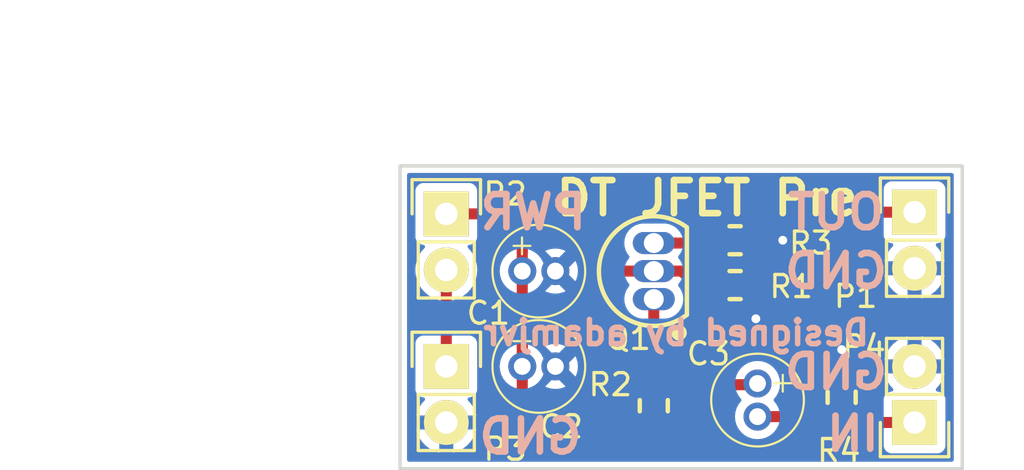
<source format=kicad_pcb>
(kicad_pcb (version 20221018) (generator pcbnew)
  (layers (0 "F.Cu" signal) (31 "B.Cu" signal) (34 "B.Paste" user) (35 "F.Paste" user) (36 "B.SilkS" user "B.Silkscreen") (37 "F.SilkS" user "F.Silkscreen") (38 "B.Mask" user) (39 "F.Mask" user) (44 "Edge.Cuts" user))
  (net 0 "")
  (net 1 "GND")
  (net 2 "+9V")
  (net 3 "Net-(C3-Pad2)")
  (net 4 "Net-(C3-Pad1)")
  (net 5 "Net-(P1-Pad1)")
  (net 6 "Net-(P2-Pad2)")
  (net 7 "Net-(Q1-Pad3)")
  (footprint "AudioLibFootprints:UMW1V4R7MDD1TP" (layer "F.Cu") (at 106.807 74.676)
    (fp_text reference "C1" (at -2.286 1.905) (layer "F.SilkS"))
    (fp_text value "UMW1C100MDD1TP")
    (fp_line (start -0.762 -1.524) (end -0.762 -0.762) (stroke (width 0.1)) (layer "F.SilkS"))
    (fp_line (start -0.381 -1.143) (end -1.143 -1.143) (stroke (width 0.1)) (layer "F.SilkS"))
    (fp_circle (center 0 0) (end 2.1 0) (stroke (width 0.1)) (fill none) (layer "F.SilkS"))
    (pad "1" thru_hole circle (at -0.75 0) (size 1.27 1.27) (drill 0.762) (layers "*.Cu" "*.Mask") (net 2 "+9V"))
    (pad "2" thru_hole circle (at 0.75 0) (size 1.27 1.27) (drill 0.762) (layers "*.Cu" "*.Mask") (net 1 "GND"))
  )
  (footprint "AudioLibFootprints:UMW1V4R7MDD1TP" (layer "F.Cu") (at 106.807 78.994)
    (fp_text reference "C2" (at 1.016 2.7305) (layer "F.SilkS"))
    (fp_text value "UMW1C100MDD1TP")
    (fp_line (start -0.762 -1.524) (end -0.762 -0.762) (stroke (width 0.1)) (layer "F.SilkS"))
    (fp_line (start -0.381 -1.143) (end -1.143 -1.143) (stroke (width 0.1)) (layer "F.SilkS"))
    (fp_circle (center 0 0) (end 2.1 0) (stroke (width 0.1)) (fill none) (layer "F.SilkS"))
    (pad "1" thru_hole circle (at -0.75 0) (size 1.27 1.27) (drill 0.762) (layers "*.Cu" "*.Mask") (net 2 "+9V"))
    (pad "2" thru_hole circle (at 0.75 0) (size 1.27 1.27) (drill 0.762) (layers "*.Cu" "*.Mask") (net 1 "GND"))
  )
  (footprint "AudioLibFootprints:UMW1V4R7MDD1TP" (layer "F.Cu") (at 116.713 80.518 -90)
    (fp_text reference "C3" (at -2.0955 2.2225) (layer "F.SilkS"))
    (fp_text value "UMW1V4R7MDD1TP")
    (fp_line (start -0.762 -1.524) (end -0.762 -0.762) (stroke (width 0.1)) (layer "F.SilkS"))
    (fp_line (start -0.381 -1.143) (end -1.143 -1.143) (stroke (width 0.1)) (layer "F.SilkS"))
    (fp_circle (center 0 0) (end 2.1 0) (stroke (width 0.1)) (fill none) (layer "F.SilkS"))
    (pad "1" thru_hole circle (at -0.75 0 270) (size 1.27 1.27) (drill 0.762) (layers "*.Cu" "*.Mask") (net 4 "Net-(C3-Pad1)"))
    (pad "2" thru_hole circle (at 0.75 0 270) (size 1.27 1.27) (drill 0.762) (layers "*.Cu" "*.Mask") (net 3 "Net-(C3-Pad2)"))
  )
  (footprint "Pin_Headers:Pin_Header_Straight_1x02" (layer "F.Cu") (at 123.825 72.009)
    (fp_text reference "P1" (at -2.667 3.81) (layer "F.SilkS"))
    (fp_text value "CONN_01X02")
    (fp_line (start -1.55 -1.55) (end 1.55 -1.55) (stroke (width 0.15)) (layer "F.SilkS"))
    (fp_line (start -1.55 0) (end -1.55 -1.55) (stroke (width 0.15)) (layer "F.SilkS"))
    (fp_line (start -1.27 1.27) (end -1.27 3.81) (stroke (width 0.15)) (layer "F.SilkS"))
    (fp_line (start -1.27 3.81) (end 1.27 3.81) (stroke (width 0.15)) (layer "F.SilkS"))
    (fp_line (start 1.27 1.27) (end -1.27 1.27) (stroke (width 0.15)) (layer "F.SilkS"))
    (fp_line (start 1.27 1.27) (end 1.27 3.81) (stroke (width 0.15)) (layer "F.SilkS"))
    (fp_line (start 1.55 -1.55) (end 1.55 0) (stroke (width 0.15)) (layer "F.SilkS"))
    (pad "1" thru_hole rect (at 0 0) (size 2.032 2.032) (drill 1.016) (layers "*.Cu" "*.Mask" "F.SilkS") (net 5 "Net-(P1-Pad1)"))
    (pad "2" thru_hole oval (at 0 2.54) (size 2.032 2.032) (drill 1.016) (layers "*.Cu" "*.Mask" "F.SilkS") (net 1 "GND"))
  )
  (footprint "Pin_Headers:Pin_Header_Straight_1x02" (layer "F.Cu") (at 102.616 72.0852)
    (fp_text reference "P2" (at 2.667 -0.9017) (layer "F.SilkS"))
    (fp_text value "CONN_01X02")
    (fp_line (start -1.55 -1.55) (end 1.55 -1.55) (stroke (width 0.15)) (layer "F.SilkS"))
    (fp_line (start -1.55 0) (end -1.55 -1.55) (stroke (width 0.15)) (layer "F.SilkS"))
    (fp_line (start -1.27 1.27) (end -1.27 3.81) (stroke (width 0.15)) (layer "F.SilkS"))
    (fp_line (start -1.27 3.81) (end 1.27 3.81) (stroke (width 0.15)) (layer "F.SilkS"))
    (fp_line (start 1.27 1.27) (end -1.27 1.27) (stroke (width 0.15)) (layer "F.SilkS"))
    (fp_line (start 1.27 1.27) (end 1.27 3.81) (stroke (width 0.15)) (layer "F.SilkS"))
    (fp_line (start 1.55 -1.55) (end 1.55 0) (stroke (width 0.15)) (layer "F.SilkS"))
    (pad "1" thru_hole rect (at 0 0) (size 2.032 2.032) (drill 1.016) (layers "*.Cu" "*.Mask" "F.SilkS") (net 2 "+9V"))
    (pad "2" thru_hole oval (at 0 2.54) (size 2.032 2.032) (drill 1.016) (layers "*.Cu" "*.Mask" "F.SilkS") (net 6 "Net-(P2-Pad2)"))
  )
  (footprint "Pin_Headers:Pin_Header_Straight_1x02" (layer "F.Cu") (at 102.616 78.994)
    (fp_text reference "P3" (at 2.667 3.7465) (layer "F.SilkS"))
    (fp_text value "CONN_01X02")
    (fp_line (start -1.55 -1.55) (end 1.55 -1.55) (stroke (width 0.15)) (layer "F.SilkS"))
    (fp_line (start -1.55 0) (end -1.55 -1.55) (stroke (width 0.15)) (layer "F.SilkS"))
    (fp_line (start -1.27 1.27) (end -1.27 3.81) (stroke (width 0.15)) (layer "F.SilkS"))
    (fp_line (start -1.27 3.81) (end 1.27 3.81) (stroke (width 0.15)) (layer "F.SilkS"))
    (fp_line (start 1.27 1.27) (end -1.27 1.27) (stroke (width 0.15)) (layer "F.SilkS"))
    (fp_line (start 1.27 1.27) (end 1.27 3.81) (stroke (width 0.15)) (layer "F.SilkS"))
    (fp_line (start 1.55 -1.55) (end 1.55 0) (stroke (width 0.15)) (layer "F.SilkS"))
    (pad "1" thru_hole rect (at 0 0) (size 2.032 2.032) (drill 1.016) (layers "*.Cu" "*.Mask" "F.SilkS") (net 6 "Net-(P2-Pad2)"))
    (pad "2" thru_hole oval (at 0 2.54) (size 2.032 2.032) (drill 1.016) (layers "*.Cu" "*.Mask" "F.SilkS") (net 1 "GND"))
  )
  (footprint "Pin_Headers:Pin_Header_Straight_1x02" (layer "F.Cu") (at 123.825 81.534 180)
    (fp_text reference "P4" (at 2.286 3.429 180) (layer "F.SilkS"))
    (fp_text value "CONN_01X02")
    (fp_line (start -1.55 -1.55) (end 1.55 -1.55) (stroke (width 0.15)) (layer "F.SilkS"))
    (fp_line (start -1.55 0) (end -1.55 -1.55) (stroke (width 0.15)) (layer "F.SilkS"))
    (fp_line (start -1.27 1.27) (end -1.27 3.81) (stroke (width 0.15)) (layer "F.SilkS"))
    (fp_line (start -1.27 3.81) (end 1.27 3.81) (stroke (width 0.15)) (layer "F.SilkS"))
    (fp_line (start 1.27 1.27) (end -1.27 1.27) (stroke (width 0.15)) (layer "F.SilkS"))
    (fp_line (start 1.27 1.27) (end 1.27 3.81) (stroke (width 0.15)) (layer "F.SilkS"))
    (fp_line (start 1.55 -1.55) (end 1.55 0) (stroke (width 0.15)) (layer "F.SilkS"))
    (pad "1" thru_hole rect (at 0 0 180) (size 2.032 2.032) (drill 1.016) (layers "*.Cu" "*.Mask" "F.SilkS") (net 3 "Net-(C3-Pad2)"))
    (pad "2" thru_hole oval (at 0 2.54 180) (size 2.032 2.032) (drill 1.016) (layers "*.Cu" "*.Mask" "F.SilkS") (net 1 "GND"))
  )
  (footprint "AudioLibFootprints:2N5457" (layer "F.Cu") (at 112.014 74.676)
    (fp_text reference "Q1" (at -1.143 3.048) (layer "F.SilkS"))
    (fp_text value "2N5457")
    (fp_line (start 1.5 -1.98) (end 1.5 1.98) (stroke (width 0.2)) (layer "F.SilkS"))
    (fp_arc (start 1.5 1.98) (mid -2.484021 0.00636) (end 1.489842 -1.987655) (stroke (width 0.2)) (layer "F.SilkS"))
    (fp_circle (center 1.143 2.794) (end 1.27 2.921) (stroke (width 0.35)) (fill none) (layer "F.SilkS"))
    (pad "1" thru_hole oval (at 0 1.27) (size 1.9 1) (drill 0.9) (layers "*.Cu" "*.Mask") (net 4 "Net-(C3-Pad1)"))
    (pad "2" thru_hole oval (at 0 0) (size 1.9 1) (drill 0.9) (layers "*.Cu" "*.Mask") (net 5 "Net-(P1-Pad1)"))
    (pad "3" thru_hole oval (at 0 -1.27) (size 1.9 1) (drill 0.9) (layers "*.Cu" "*.Mask") (net 7 "Net-(Q1-Pad3)"))
  )
  (footprint "AudioLibFootprints:R0805" (layer "F.Cu") (at 115.697 75.311)
    (fp_text reference "R1" (at 2.54 0.0635) (layer "F.SilkS"))
    (fp_text value "RC2012F305CS")
    (fp_line (start -0.254 -0.635) (end 0.254 -0.635) (stroke (width 0.2)) (layer "F.SilkS"))
    (fp_line (start -0.254 0.635) (end 0.254 0.635) (stroke (width 0.2)) (layer "F.SilkS"))
    (pad "1" smd roundrect (at -0.95 0) (size 1.016 1.651) (layers "F.Cu" "F.Paste" "F.Mask") (net 5 "Net-(P1-Pad1)"))
    (pad "2" smd roundrect (at 0.95 0) (size 1.016 1.651) (layers "F.Cu" "F.Paste" "F.Mask") (net 1 "GND"))
  )
  (footprint "AudioLibFootprints:R0805" (layer "F.Cu") (at 112.014 80.772 90)
    (fp_text reference "R2" (at 0.9525 -1.9685 180) (layer "F.SilkS"))
    (fp_text value "RC2012F682CS")
    (fp_line (start -0.254 -0.635) (end 0.254 -0.635) (stroke (width 0.2)) (layer "F.SilkS"))
    (fp_line (start -0.254 0.635) (end 0.254 0.635) (stroke (width 0.2)) (layer "F.SilkS"))
    (pad "1" smd roundrect (at -0.95 0 90) (size 1.016 1.651) (layers "F.Cu" "F.Paste" "F.Mask") (net 2 "+9V"))
    (pad "2" smd roundrect (at 0.95 0 90) (size 1.016 1.651) (layers "F.Cu" "F.Paste" "F.Mask") (net 4 "Net-(C3-Pad1)"))
  )
  (footprint "AudioLibFootprints:R0805" (layer "F.Cu") (at 115.697 73.279)
    (fp_text reference "R3" (at 3.429 0.127) (layer "F.SilkS"))
    (fp_text value "RC2012F222CS")
    (fp_line (start -0.254 -0.635) (end 0.254 -0.635) (stroke (width 0.2)) (layer "F.SilkS"))
    (fp_line (start -0.254 0.635) (end 0.254 0.635) (stroke (width 0.2)) (layer "F.SilkS"))
    (pad "1" smd roundrect (at -0.95 0) (size 1.016 1.651) (layers "F.Cu" "F.Paste" "F.Mask") (net 7 "Net-(Q1-Pad3)"))
    (pad "2" smd roundrect (at 0.95 0) (size 1.016 1.651) (layers "F.Cu" "F.Paste" "F.Mask") (net 1 "GND"))
  )
  (footprint "AudioLibFootprints:R0805" (layer "F.Cu") (at 120.523 80.391 90)
    (fp_text reference "R4" (at -2.413 -0.127 180) (layer "F.SilkS"))
    (fp_text value "RC2012F513CS")
    (fp_line (start -0.254 -0.635) (end 0.254 -0.635) (stroke (width 0.2)) (layer "F.SilkS"))
    (fp_line (start -0.254 0.635) (end 0.254 0.635) (stroke (width 0.2)) (layer "F.SilkS"))
    (pad "1" smd roundrect (at -0.95 0 90) (size 1.016 1.651) (layers "F.Cu" "F.Paste" "F.Mask") (net 3 "Net-(C3-Pad2)"))
    (pad "2" smd roundrect (at 0.95 0 90) (size 1.016 1.651) (layers "F.Cu" "F.Paste" "F.Mask") (net 1 "GND"))
  )
  (gr_line (start 125.984 69.9135) (end 100.5205 69.9135) (stroke (width 0.15)) (layer "Edge.Cuts"))
  (gr_line (start 100.5205 83.6295) (end 100.5205 69.9135) (stroke (width 0.15)) (layer "Edge.Cuts"))
  (gr_line (start 100.5205 83.6295) (end 125.984 83.6295) (stroke (width 0.15)) (layer "Edge.Cuts"))
  (gr_line (start 125.984 83.6295) (end 125.984 69.9135) (stroke (width 0.15)) (layer "Edge.Cuts"))
  (gr_text "Designed by adamjvr" (at 113.03 77.47) (layer "B.SilkS") (effects (font (size 1.1 1.1) (thickness 0.25)) (justify mirror)))
  (gr_text "OUT" (at 120.269 72.009) (layer "B.SilkS") (effects (font (size 1.5 1.5) (thickness 0.3)) (justify mirror)))
  (gr_text "IN" (at 121.031 82.042) (layer "B.SilkS") (effects (font (size 1.5 1.5) (thickness 0.3)) (justify mirror)))
  (gr_text "GND\n" (at 120.269 74.676) (layer "B.SilkS") (effects (font (size 1.5 1.5) (thickness 0.3)) (justify mirror)))
  (gr_text "PWR" (at 106.553 72.009) (layer "B.SilkS") (effects (font (size 1.5 1.5) (thickness 0.3)) (justify mirror)))
  (gr_text "GND\n" (at 120.269 79.248) (layer "B.SilkS") (effects (font (size 1.5 1.5) (thickness 0.3)) (justify mirror)))
  (gr_text "GND" (at 106.426 82.169) (layer "B.SilkS") (effects (font (size 1.5 1.5) (thickness 0.3)) (justify mirror)))
  (gr_text "DT JFET Pre" (at 114.427 71.374) (layer "F.SilkS") (effects (font (size 1.5 1.5) (thickness 0.3))))
  (segment (start 116.647 76.8248) (end 116.6368 76.835) (width 0.25) (layer "F.Cu") (net 1))
  (segment (start 116.647 73.279) (end 117.856 73.279) (width 0.5) (layer "F.Cu") (net 1))
  (segment (start 120.523 79.441) (end 120.523 78.232) (width 0.5) (layer "F.Cu") (net 1))
  (segment (start 116.647 75.311) (end 116.647 76.8248) (width 0.5) (layer "F.Cu") (net 1))
  (via (at 117.856 73.279) (size 0.8) (drill 0.4) (layers "F.Cu" "B.Cu") (net 1))
  (via (at 120.523 78.232) (size 0.8) (drill 0.4) (layers "F.Cu" "B.Cu") (net 1))
  (via (at 116.6368 76.835) (size 0.8) (drill 0.4) (layers "F.Cu" "B.Cu") (net 1))
  (segment (start 105.2322 72.0852) (end 106.057 72.91) (width 0.5) (layer "F.Cu") (net 2))
  (segment (start 106.057 80.264) (end 107.515 81.722) (width 0.5) (layer "F.Cu") (net 2))
  (segment (start 107.515 81.722) (end 112.014 81.722) (width 0.5) (layer "F.Cu") (net 2))
  (segment (start 106.057 74.676) (end 106.057 73.777975) (width 0.5) (layer "F.Cu") (net 2))
  (segment (start 106.057 80.264) (end 106.057 78.994) (width 0.5) (layer "F.Cu") (net 2))
  (segment (start 106.057 78.095975) (end 106.057 74.676) (width 0.5) (layer "F.Cu") (net 2))
  (segment (start 106.057 78.994) (end 106.057 78.095975) (width 0.5) (layer "F.Cu") (net 2))
  (segment (start 102.616 72.0852) (end 105.2322 72.0852) (width 0.5) (layer "F.Cu") (net 2))
  (segment (start 106.057 73.777975) (end 106.057 72.91) (width 0.5) (layer "F.Cu") (net 2))
  (segment (start 120.45 81.268) (end 120.523 81.341) (width 0.25) (layer "F.Cu") (net 3))
  (segment (start 120.716 81.534) (end 120.523 81.341) (width 0.25) (layer "F.Cu") (net 3))
  (segment (start 116.713 81.268) (end 120.45 81.268) (width 0.5) (layer "F.Cu") (net 3))
  (segment (start 123.825 81.534) (end 120.716 81.534) (width 0.5) (layer "F.Cu") (net 3))
  (segment (start 116.659 79.822) (end 116.713 79.768) (width 0.25) (layer "F.Cu") (net 4))
  (segment (start 112.014 79.822) (end 112.014 75.946) (width 0.5) (layer "F.Cu") (net 4))
  (segment (start 112.014 79.822) (end 116.659 79.822) (width 0.5) (layer "F.Cu") (net 4))
  (segment (start 114.493 75.057) (end 114.747 75.311) (width 0.25) (layer "F.Cu") (net 5))
  (segment (start 121.4755 72.009) (end 120.269 70.8025) (width 0.5) (layer "F.Cu") (net 5))
  (segment (start 120.269 70.8025) (end 110.6805 70.8025) (width 0.5) (layer "F.Cu") (net 5))
  (segment (start 110.6805 70.8025) (end 109.7915 71.6915) (width 0.5) (layer "F.Cu") (net 5))
  (segment (start 109.7915 71.6915) (end 109.7915 74.041) (width 0.5) (layer "F.Cu") (net 5))
  (segment (start 109.7915 74.041) (end 110.4265 74.676) (width 0.5) (layer "F.Cu") (net 5))
  (segment (start 110.4265 74.676) (end 112.014 74.676) (width 0.5) (layer "F.Cu") (net 5))
  (segment (start 113.91285 75.311) (end 113.27785 74.676) (width 0.5) (layer "F.Cu") (net 5))
  (segment (start 114.747 75.311) (end 113.91285 75.311) (width 0.5) (layer "F.Cu") (net 5))
  (segment (start 113.27785 74.676) (end 112.014 74.676) (width 0.5) (layer "F.Cu") (net 5))
  (segment (start 123.825 72.009) (end 121.4755 72.009) (width 0.5) (layer "F.Cu") (net 5))
  (segment (start 102.616 74.6252) (end 102.616 78.994) (width 0.5) (layer "F.Cu") (net 6))
  (segment (start 112.014 73.406) (end 114.795366 73.406) (width 0.5) (layer "F.Cu") (net 7))
  (segment (start 114.795366 73.406) (end 114.798508 73.409142) (width 0.5) (layer "F.Cu") (net 7))
  (zone (net 1) (net_name "GND") (layer "B.Cu") (connect_pads thru_hole_only (clearance 0.381)) (min_thickness 0.1778) (fill yes (thermal_gap 0.381) (thermal_bridge_width 0.635))
    (polygon (pts (xy 125.603 83.312) (xy 125.603 70.231) (xy 100.838 70.231) (xy 100.838 83.312)))
  )
)
</source>
